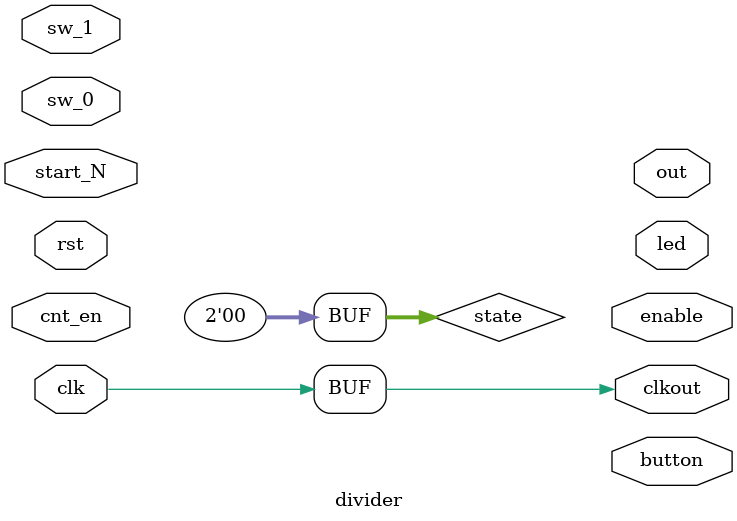
<source format=v>
module divider (led, clkout, out, rst, start_N, cnt_en, button, enable, clk, sw_0, sw_1);

parameter width=12;	// разрядность счетчика
parameter k=500;		// коэффицент делителя 
parameter d=50; 		// коэффицент для формирования длительности импульса t=0.1T

input  clk, rst, start_N;
input wire sw_0;
input wire sw_1;

wire key0=~sw_0;
wire key1=~sw_1;

output wire clkout;
output reg [width-5:0]led;
output reg [1:0]enable;
//output reg [width-1:0] count;
output reg out, button;

assign clkout=clk;

reg [1:0]state=0;	
//localparam [1:0] IDLE=1;		
//localparam [1:0] LED_ON=2;		
//localparam [1:0] LED_OFF=3;	

/*always @(posedge clk)

begin
// --- счетчик делителя частоты до 100 КГц -----------------------------------------------------------------
	if (enable==1)
	begin
	if (count<=k)		
		begin
		count<=count+1;
		end
	else 
		begin
		count<=0;
		end	
	end
	else begin
			count<=0;
			end
//-------------------------------------------------------------------------------------------------------

		
// --- счетчик формирования импульсов длительностью 10 КГц -----------------------------------------------
	if (count<=k-d)	
		begin
		out<=0;
		end
	else 
		begin
		out<=1;
		end
//--------------------------------------------------------------------------------------------------------

		
// --- работа кнопок -------------------------------------------------------------------------------------		
	if( key1==1)
		begin
		led<=0;
		button<=0;
		end 
	else if(key0==1)
		begin
		led<=1;
		button<=1;
		end
//--------------------------------------------------------------------------------------------------------
	

case(state)		// выбор сстояний 
//----------------------------------------------------------------------------------------------------------
	1:
	begin
		if (key0==1) 
		begin 
		state<=2;	// переход в состояние 2
		enable<=1;
		end
	end
//------------------------------------------------------------------------------------------------------------	
	2:
	begin
		if (key1==1) 
		begin
		state<=3;	// переход в состояние 3
		enable<=1;
		end
	end
//-----------------------------------------------------------------------------------------------------------------
	 3: 
	 begin
		if(out==0) 
			begin
			state<=1;	// возвращение в состояние 1
			enable<=0;
			end
	 end
//-------------------------------------------------------------------------------------------------------------					
default 
state<=1;
endcase
end
*/
//----------------------------------------------------------------------------------------------------------------

parameter N      = 10;  
parameter number = 2000;

reg [31:0]             // count_N,       // ??????? ??? ?????????????? ????????? 
                        drv_count;     // ??????? ????? 
reg [31:0]                        count;
                        
input cnt_en;

reg pulse_width;
reg    step;
reg    step_N;                         
// ??????? 
always @(posedge clk)
begin
  if (rst || !cnt_en)
    begin
      drv_count<=0;
      pulse_width <= 0;
    end
  else if (drv_count<=number+1)
	          begin
                  drv_count <= drv_count+1;    
                  pulse_width <= 1;       
	          end 
          else 
	          begin
		          drv_count <= 0;
              pulse_width <= 0; 
		        end 
	      

//  ???????????? ????????? ? ?? ???????????? 
 if (drv_count>0 && drv_count<=(number+1) >> 2)	// form lasting of pulse
		      begin
		        step <= 1;
	        end
	      else 
		      begin
		        step <= 0;
		      end

// ???????????? N ?????????
if (start_N && pulse_width)
    begin  
      if(count <= number && count > 0)
        begin
          count <= count - 1;
        end
      else
        begin
         count <= number;
        end 
    end   
else if (count > 0 && count<= N >> 2)	// form lasting of pulse
		      begin
		        step_N <= 1;
	        end
	      else 
		      begin
		        step_N <= 0;
		      end
end            
//------------------------------------------------------------------------------------------------------------------
endmodule

</source>
